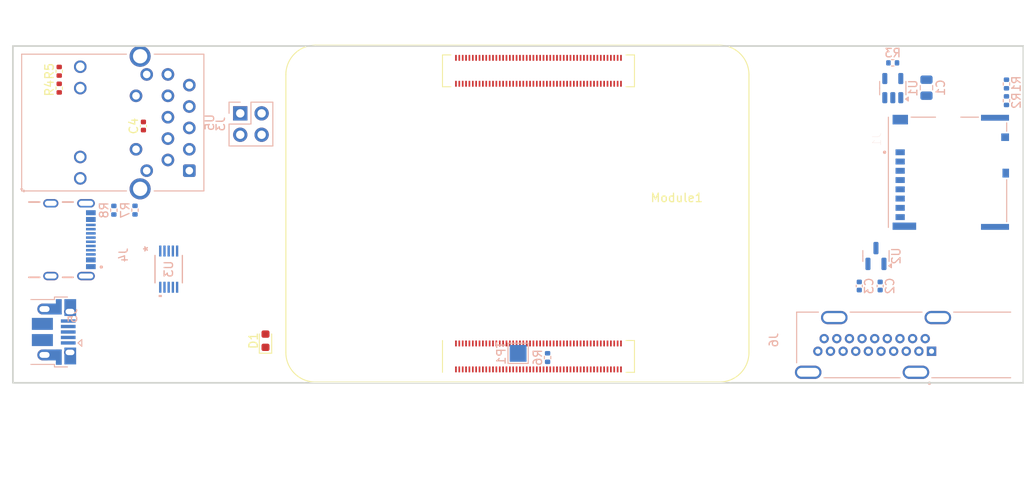
<source format=kicad_pcb>
(kicad_pcb (version 20240108) (generator "pcbnew") (generator_version "8.0")
  (title_block (title "CM4-Bare-Minimum") (date "2024-11-01") (rev "V0.1") (company "Rapid Analysis") (comment 1 "Author: Asad Imran"))
  (layers (0 "F.Cu" signal) (31 "B.Cu" signal) (34 "B.Paste" user) (35 "F.Paste" user) (36 "B.SilkS" user "B.Silkscreen") (37 "F.SilkS" user "F.Silkscreen") (38 "B.Mask" user) (39 "F.Mask" user) (44 "Edge.Cuts" user))
  (net 0 "")
  (net 1 "/SD_PWR")
  (net 2 "GND")
  (net 3 "/HDMI_5v")
  (net 4 "/RUN_PG")
  (net 5 "Net-(C4-Pad1)")
  (net 6 "Net-(D1-K)")
  (net 7 "/CM4_3V3")
  (net 8 "/SD_DAT1")
  (net 9 "Net-(J1-DET_A)")
  (net 10 "/SD_CLK")
  (net 11 "Net-(J1-DET_B)")
  (net 12 "/SD_DAT0")
  (net 13 "/SD_DAT2")
  (net 14 "/SD_CMD")
  (net 15 "/SD_DAT3")
  (net 16 "/HDMI0_D0_N")
  (net 17 "/HDMI0_SDA")
  (net 18 "/HDMI0_D2_N")
  (net 19 "/HDMI0_D1_P")
  (net 20 "/HDMI0_SCL")
  (net 21 "/HDMI0_D2_P")
  (net 22 "/HDMI0_CEC")
  (net 23 "/HDMI0_HOTPLUG")
  (net 24 "/HDMI0_D1_N")
  (net 26 "/HDMI0_CK_P")
  (net 27 "/HDMI0_D0_P")
  (net 28 "/HDMI0_CK_N")
  (net 29 "/TR0_TAP")
  (net 30 "/TR3_TAP")
  (net 31 "/TR2_TAP")
  (net 32 "/TR1_TAP")
  (net 33 "/USBC_D_N")
  (net 35 "/USBC_D_P")
  (net 36 "Net-(J4-CC1)")
  (net 38 "/USB_D_N")
  (net 39 "/USB_D_P")
  (net 48 "Net-(Module1A-PI_nLED_Activity)")
  (net 49 "/Global_EN")
  (net 52 "/CM4_5V")
  (net 54 "/USB2_P")
  (net 60 "/BT_nDisable")
  (net 63 "/TRD3_P")
  (net 65 "/TRD3_N")
  (net 72 "/USB_OTG_ID")
  (net 79 "/CM4_1V8")
  (net 82 "/TRD1_P")
  (net 83 "/VDAC_COMP")
  (net 85 "/TRD1_N")
  (net 99 "/nEXTRST")
  (net 100 "/nRPIBOOT")
  (net 104 "/nPI_LED_PWR")
  (net 108 "/TRD2_P")
  (net 110 "/TRD0_N")
  (net 117 "/USB2_N")
  (net 118 "/WiFi_nDisable")
  (net 128 "/TRD0_P")
  (net 129 "/EEPROM_nWP")
  (net 147 "/TRD2_N")
  (net 159 "/SD_PWR_ON")
  (net 161 "/Reserved")
  (net 162 "Net-(U5-LEDG_K)")
  (net 163 "Net-(U5-LEDY_K)")
  (footprint "CM4IO:Raspberry-Pi-4-Compute-Module" (layer "F.Cu") (at 177.892437 119.405 90)
    (property "Reference" "Module1" (at 21.88 -8.554874 0) (layer "F.SilkS"))
    (property "Value" "ComputeModule4-CM4")
    (pad "" np_thru_hole circle (at 3.5 -51.474874 90) (size 2.7 2.7) (drill 2.7) (layers "*.Cu" "*.Mask") (clearance 1.7))
    (pad "" np_thru_hole circle (at 3.5 -3.474874 90) (size 2.7 2.7) (drill 2.7) (layers "*.Cu" "*.Mask") (clearance 1.7))
    (pad "" np_thru_hole circle (at 36.5 -51.474874 90) (size 2.7 2.7) (drill 2.7) (layers "*.Cu" "*.Mask") (clearance 1.7))
    (pad "" np_thru_hole circle (at 36.5 -3.474874 90) (size 2.7 2.7) (drill 2.7) (layers "*.Cu" "*.Mask") (clearance 1.7))
    (pad "1" smd rect (at 1.5 -34.774874) (size 0.2 0.7) (layers "F.Cu" "F.Paste" "F.Mask") (net 2 "GND"))
    (pad "2" smd rect (at 4.58 -34.774874) (size 0.2 0.7) (layers "F.Cu" "F.Paste" "F.Mask") (net 2 "GND"))
    (pad "3" smd rect (at 1.5 -34.374874) (size 0.2 0.7) (layers "F.Cu" "F.Paste" "F.Mask") (net 63 "/TRD3_P"))
    (pad "4" smd rect (at 4.58 -34.374874) (size 0.2 0.7) (layers "F.Cu" "F.Paste" "F.Mask") (net 82 "/TRD1_P"))
    (pad "5" smd rect (at 1.5 -33.974874) (size 0.2 0.7) (layers "F.Cu" "F.Paste" "F.Mask") (net 65 "/TRD3_N"))
    (pad "6" smd rect (at 4.58 -33.974874) (size 0.2 0.7) (layers "F.Cu" "F.Paste" "F.Mask") (net 85 "/TRD1_N"))
    (pad "7" smd rect (at 1.5 -33.574874) (size 0.2 0.7) (layers "F.Cu" "F.Paste" "F.Mask") (net 2 "GND"))
    (pad "8" smd rect (at 4.58 -33.574874) (size 0.2 0.7) (layers "F.Cu" "F.Paste" "F.Mask") (net 2 "GND"))
    (pad "9" smd rect (at 1.5 -33.174874) (size 0.2 0.7) (layers "F.Cu" "F.Paste" "F.Mask") (net 147 "/TRD2_N"))
    (pad "10" smd rect (at 4.58 -33.174874) (size 0.2 0.7) (layers "F.Cu" "F.Paste" "F.Mask") (net 110 "/TRD0_N"))
    (pad "11" smd rect (at 1.5 -32.774874) (size 0.2 0.7) (layers "F.Cu" "F.Paste" "F.Mask") (net 108 "/TRD2_P"))
    (pad "12" smd rect (at 4.58 -32.774874) (size 0.2 0.7) (layers "F.Cu" "F.Paste" "F.Mask") (net 128 "/TRD0_P"))
    (pad "13" smd rect (at 1.5 -32.374874) (size 0.2 0.7) (layers "F.Cu" "F.Paste" "F.Mask") (net 2 "GND"))
    (pad "14" smd rect (at 4.58 -32.374874) (size 0.2 0.7) (layers "F.Cu" "F.Paste" "F.Mask") (net 2 "GND"))
    (pad "15" smd rect (at 1.5 -31.974874) (size 0.2 0.7) (layers "F.Cu" "F.Paste" "F.Mask") (net 2 "GND"))
    (pad "16" smd rect (at 4.58 -31.974874) (size 0.2 0.7) (layers "F.Cu" "F.Paste" "F.Mask"))
    (pad "17" smd rect (at 1.5 -31.574874) (size 0.2 0.7) (layers "F.Cu" "F.Paste" "F.Mask") (net 2 "GND"))
    (pad "18" smd rect (at 4.58 -31.574874) (size 0.2 0.7) (layers "F.Cu" "F.Paste" "F.Mask"))
    (pad "19" smd rect (at 1.5 -31.174874) (size 0.2 0.7) (layers "F.Cu" "F.Paste" "F.Mask"))
    (pad "20" smd rect (at 4.58 -31.174874) (size 0.2 0.7) (layers "F.Cu" "F.Paste" "F.Mask") (net 129 "/EEPROM_nWP"))
    (pad "21" smd rect (at 1.5 -30.774874) (size 0.2 0.7) (layers "F.Cu" "F.Paste" "F.Mask") (net 48 "Net-(Module1A-PI_nLED_Activity)"))
    (pad "22" smd rect (at 4.58 -30.774874) (size 0.2 0.7) (layers "F.Cu" "F.Paste" "F.Mask") (net 2 "GND"))
    (pad "23" smd rect (at 1.5 -30.374874) (size 0.2 0.7) (layers "F.Cu" "F.Paste" "F.Mask") (net 2 "GND"))
    (pad "24" smd rect (at 4.58 -30.374874) (size 0.2 0.7) (layers "F.Cu" "F.Paste" "F.Mask"))
    (pad "25" smd rect (at 1.5 -29.974874) (size 0.2 0.7) (layers "F.Cu" "F.Paste" "F.Mask"))
    (pad "26" smd rect (at 4.58 -29.974874) (size 0.2 0.7) (layers "F.Cu" "F.Paste" "F.Mask"))
    (pad "27" smd rect (at 1.5 -29.574874) (size 0.2 0.7) (layers "F.Cu" "F.Paste" "F.Mask"))
    (pad "28" smd rect (at 4.58 -29.574874) (size 0.2 0.7) (layers "F.Cu" "F.Paste" "F.Mask"))
    (pad "29" smd rect (at 1.5 -29.174874) (size 0.2 0.7) (layers "F.Cu" "F.Paste" "F.Mask"))
    (pad "30" smd rect (at 4.58 -29.174874) (size 0.2 0.7) (layers "F.Cu" "F.Paste" "F.Mask"))
    (pad "31" smd rect (at 1.5 -28.774874) (size 0.2 0.7) (layers "F.Cu" "F.Paste" "F.Mask"))
    (pad "32" smd rect (at 4.58 -28.774874) (size 0.2 0.7) (layers "F.Cu" "F.Paste" "F.Mask") (net 2 "GND"))
    (pad "33" smd rect (at 1.5 -28.374874) (size 0.2 0.7) (layers "F.Cu" "F.Paste" "F.Mask") (net 2 "GND"))
    (pad "34" smd rect (at 4.58 -28.374874) (size 0.2 0.7) (layers "F.Cu" "F.Paste" "F.Mask"))
    (pad "35" smd rect (at 1.5 -27.974874) (size 0.2 0.7) (layers "F.Cu" "F.Paste" "F.Mask"))
    (pad "36" smd rect (at 4.58 -27.974874) (size 0.2 0.7) (layers "F.Cu" "F.Paste" "F.Mask"))
    (pad "37" smd rect (at 1.5 -27.574874) (size 0.2 0.7) (layers "F.Cu" "F.Paste" "F.Mask"))
    (pad "38" smd rect (at 4.58 -27.574874) (size 0.2 0.7) (layers "F.Cu" "F.Paste" "F.Mask"))
    (pad "39" smd rect (at 1.5 -27.174874) (size 0.2 0.7) (layers "F.Cu" "F.Paste" "F.Mask"))
    (pad "40" smd rect (at 4.58 -27.174874) (size 0.2 0.7) (layers "F.Cu" "F.Paste" "F.Mask"))
    (pad "41" smd rect (at 1.5 -26.774874) (size 0.2 0.7) (layers "F.Cu" "F.Paste" "F.Mask"))
    (pad "42" smd rect (at 4.58 -26.774874) (size 0.2 0.7) (layers "F.Cu" "F.Paste" "F.Mask") (net 2 "GND"))
    (pad "43" smd rect (at 1.5 -26.374874) (size 0.2 0.7) (layers "F.Cu" "F.Paste" "F.Mask") (net 2 "GND"))
    (pad "44" smd rect (at 4.58 -26.374874) (size 0.2 0.7) (layers "F.Cu" "F.Paste" "F.Mask"))
    (pad "45" smd rect (at 1.5 -25.974874) (size 0.2 0.7) (layers "F.Cu" "F.Paste" "F.Mask"))
    (pad "46" smd rect (at 4.58 -25.974874) (size 0.2 0.7) (layers "F.Cu" "F.Paste" "F.Mask"))
    (pad "47" smd rect (at 1.5 -25.574874) (size 0.2 0.7) (layers "F.Cu" "F.Paste" "F.Mask"))
    (pad "48" smd rect (at 4.58 -25.574874) (size 0.2 0.7) (layers "F.Cu" "F.Paste" "F.Mask"))
    (pad "49" smd rect (at 1.5 -25.174874) (size 0.2 0.7) (layers "F.Cu" "F.Paste" "F.Mask"))
    (pad "50" smd rect (at 4.58 -25.174874) (size 0.2 0.7) (layers "F.Cu" "F.Paste" "F.Mask"))
    (pad "51" smd rect (at 1.5 -24.774874) (size 0.2 0.7) (layers "F.Cu" "F.Paste" "F.Mask"))
    (pad "52" smd rect (at 4.58 -24.774874) (size 0.2 0.7) (layers "F.Cu" "F.Paste" "F.Mask") (net 2 "GND"))
    (pad "53" smd rect (at 1.5 -24.374874) (size 0.2 0.7) (layers "F.Cu" "F.Paste" "F.Mask") (net 2 "GND"))
    (pad "54" smd rect (at 4.58 -24.374874) (size 0.2 0.7) (layers "F.Cu" "F.Paste" "F.Mask"))
    (pad "55" smd rect (at 1.5 -23.974874) (size 0.2 0.7) (layers "F.Cu" "F.Paste" "F.Mask"))
    (pad "56" smd rect (at 4.58 -23.974874) (size 0.2 0.7) (layers "F.Cu" "F.Paste" "F.Mask"))
    (pad "57" smd rect (at 1.5 -23.574874) (size 0.2 0.7) (layers "F.Cu" "F.Paste" "F.Mask") (net 10 "/SD_CLK"))
    (pad "58" smd rect (at 4.58 -23.574874) (size 0.2 0.7) (layers "F.Cu" "F.Paste" "F.Mask"))
    (pad "59" smd rect (at 1.5 -23.174874) (size 0.2 0.7) (layers "F.Cu" "F.Paste" "F.Mask") (net 2 "GND"))
    (pad "60" smd rect (at 4.58 -23.174874) (size 0.2 0.7) (layers "F.Cu" "F.Paste" "F.Mask") (net 2 "GND"))
    (pad "61" smd rect (at 1.5 -22.774874) (size 0.2 0.7) (layers "F.Cu" "F.Paste" "F.Mask") (net 15 "/SD_DAT3"))
    (pad "62" smd rect (at 4.58 -22.774874) (size 0.2 0.7) (layers "F.Cu" "F.Paste" "F.Mask") (net 14 "/SD_CMD"))
    (pad "63" smd rect (at 1.5 -22.374874) (size 0.2 0.7) (layers "F.Cu" "F.Paste" "F.Mask") (net 12 "/SD_DAT0"))
    (pad "64" smd rect (at 4.58 -22.374874) (size 0.2 0.7) (layers "F.Cu" "F.Paste" "F.Mask"))
    (pad "65" smd rect (at 1.5 -21.974874) (size 0.2 0.7) (layers "F.Cu" "F.Paste" "F.Mask") (net 2 "GND"))
    (pad "66" smd rect (at 4.58 -21.974874) (size 0.2 0.7) (layers "F.Cu" "F.Paste" "F.Mask") (net 2 "GND"))
    (pad "67" smd rect (at 1.5 -21.574874) (size 0.2 0.7) (layers "F.Cu" "F.Paste" "F.Mask") (net 8 "/SD_DAT1"))
    (pad "68" smd rect (at 4.58 -21.574874) (size 0.2 0.7) (layers "F.Cu" "F.Paste" "F.Mask"))
    (pad "69" smd rect (at 1.5 -21.174874) (size 0.2 0.7) (layers "F.Cu" "F.Paste" "F.Mask") (net 13 "/SD_DAT2"))
    (pad "70" smd rect (at 4.58 -21.174874) (size 0.2 0.7) (layers "F.Cu" "F.Paste" "F.Mask"))
    (pad "71" smd rect (at 1.5 -20.774874) (size 0.2 0.7) (layers "F.Cu" "F.Paste" "F.Mask") (net 2 "GND"))
    (pad "72" smd rect (at 4.58 -20.774874) (size 0.2 0.7) (layers "F.Cu" "F.Paste" "F.Mask"))
    (pad "73" smd rect (at 1.5 -20.374874) (size 0.2 0.7) (layers "F.Cu" "F.Paste" "F.Mask"))
    (pad "74" smd rect (at 4.58 -20.374874) (size 0.2 0.7) (layers "F.Cu" "F.Paste" "F.Mask") (net 2 "GND"))
    (pad "75" smd rect (at 1.5 -19.974874) (size 0.2 0.7) (layers "F.Cu" "F.Paste" "F.Mask") (net 159 "/SD_PWR_ON"))
    (pad "76" smd rect (at 4.58 -19.974874) (size 0.2 0.7) (layers "F.Cu" "F.Paste" "F.Mask") (net 161 "/Reserved"))
    (pad "77" smd rect (at 1.5 -19.574874) (size 0.2 0.7) (layers "F.Cu" "F.Paste" "F.Mask") (net 52 "/CM4_5V"))
    (pad "78" smd rect (at 4.58 -19.574874) (size 0.2 0.7) (layers "F.Cu" "F.Paste" "F.Mask"))
    (pad "79" smd rect (at 1.5 -19.174874) (size 0.2 0.7) (layers "F.Cu" "F.Paste" "F.Mask") (net 52 "/CM4_5V"))
    (pad "80" smd rect (at 4.58 -19.174874) (size 0.2 0.7) (layers "F.Cu" "F.Paste" "F.Mask"))
    (pad "81" smd rect (at 1.5 -18.774874) (size 0.2 0.7) (layers "F.Cu" "F.Paste" "F.Mask") (net 52 "/CM4_5V"))
    (pad "82" smd rect (at 4.58 -18.774874) (size 0.2 0.7) (layers "F.Cu" "F.Paste" "F.Mask"))
    (pad "83" smd rect (at 1.5 -18.374874) (size 0.2 0.7) (layers "F.Cu" "F.Paste" "F.Mask") (net 52 "/CM4_5V"))
    (pad "84" smd rect (at 4.58 -18.374874) (size 0.2 0.7) (layers "F.Cu" "F.Paste" "F.Mask") (net 7 "/CM4_3V3"))
    (pad "85" smd rect (at 1.5 -17.974874) (size 0.2 0.7) (layers "F.Cu" "F.Paste" "F.Mask") (net 52 "/CM4_5V"))
    (pad "86" smd rect (at 4.58 -17.974874) (size 0.2 0.7) (layers "F.Cu" "F.Paste" "F.Mask") (net 7 "/CM4_3V3"))
    (pad "87" smd rect (at 1.5 -17.574874) (size 0.2 0.7) (layers "F.Cu" "F.Paste" "F.Mask") (net 52 "/CM4_5V"))
    (pad "88" smd rect (at 4.58 -17.574874) (size 0.2 0.7) (layers "F.Cu" "F.Paste" "F.Mask") (net 79 "/CM4_1V8"))
    (pad "89" smd rect (at 1.5 -17.174874) (size 0.2 0.7) (layers "F.Cu" "F.Paste" "F.Mask") (net 118 "/WiFi_nDisable"))
    (pad "90" smd rect (at 4.58 -17.174874) (size 0.2 0.7) (layers "F.Cu" "F.Paste" "F.Mask") (net 79 "/CM4_1V8"))
    (pad "91" smd rect (at 1.5 -16.774874) (size 0.2 0.7) (layers "F.Cu" "F.Paste" "F.Mask") (net 60 "/BT_nDisable"))
    (pad "92" smd rect (at 4.58 -16.774874) (size 0.2 0.7) (layers "F.Cu" "F.Paste" "F.Mask") (net 4 "/RUN_PG"))
    (pad "93" smd rect (at 1.5 -16.374874) (size 0.2 0.7) (layers "F.Cu" "F.Paste" "F.Mask") (net 100 "/nRPIBOOT"))
    (pad "94" smd rect (at 4.58 -16.374874) (size 0.2 0.7) (layers "F.Cu" "F.Paste" "F.Mask"))
    (pad "95" smd rect (at 1.5 -15.974874) (size 0.2 0.7) (layers "F.Cu" "F.Paste" "F.Mask") (net 104 "/nPI_LED_PWR"))
    (pad "96" smd rect (at 4.58 -15.974874) (size 0.2 0.7) (layers "F.Cu" "F.Paste" "F.Mask"))
    (pad "97" smd rect (at 1.5 -15.574874) (size 0.2 0.7) (layers "F.Cu" "F.Paste" "F.Mask"))
    (pad "98" smd rect (at 4.58 -15.574874) (size 0.2 0.7) (layers "F.Cu" "F.Paste" "F.Mask") (net 2 "GND"))
    (pad "99" smd rect (at 1.5 -15.174874) (size 0.2 0.7) (layers "F.Cu" "F.Paste" "F.Mask") (net 49 "/Global_EN"))
    (pad "100" smd rect (at 4.58 -15.174874) (size 0.2 0.7) (layers "F.Cu" "F.Paste" "F.Mask") (net 99 "/nEXTRST"))
    (pad "101" smd rect (at 35.42 -34.774874) (size 0.2 0.7) (layers "F.Cu" "F.Paste" "F.Mask") (net 72 "/USB_OTG_ID"))
    (pad "102" smd rect (at 38.5 -34.774874) (size 0.2 0.7) (layers "F.Cu" "F.Paste" "F.Mask"))
    (pad "103" smd rect (at 35.42 -34.374874) (size 0.2 0.7) (layers "F.Cu" "F.Paste" "F.Mask") (net 117 "/USB2_N"))
    (pad "104" smd rect (at 38.5 -34.374874) (size 0.2 0.7) (layers "F.Cu" "F.Paste" "F.Mask"))
    (pad "105" smd rect (at 35.42 -33.974874) (size 0.2 0.7) (layers "F.Cu" "F.Paste" "F.Mask") (net 54 "/USB2_P"))
    (pad "106" smd rect (at 38.5 -33.974874) (size 0.2 0.7) (layers "F.Cu" "F.Paste" "F.Mask"))
    (pad "107" smd rect (at 35.42 -33.574874) (size 0.2 0.7) (layers "F.Cu" "F.Paste" "F.Mask") (net 2 "GND"))
    (pad "108" smd rect (at 38.5 -33.574874) (size 0.2 0.7) (layers "F.Cu" "F.Paste" "F.Mask") (net 2 "GND"))
    (pad "109" smd rect (at 35.42 -33.174874) (size 0.2 0.7) (layers "F.Cu" "F.Paste" "F.Mask"))
    (pad "110" smd rect (at 38.5 -33.174874) (size 0.2 0.7) (layers "F.Cu" "F.Paste" "F.Mask"))
    (pad "111" smd rect (at 35.42 -32.774874) (size 0.2 0.7) (layers "F.Cu" "F.Paste" "F.Mask") (net 83 "/VDAC_COMP"))
    (pad "112" smd rect (at 38.5 -32.774874) (size 0.2 0.7) (layers "F.Cu" "F.Paste" "F.Mask"))
    (pad "113" smd rect (at 35.42 -32.374874) (size 0.2 0.7) (layers "F.Cu" "F.Paste" "F.Mask") (net 2 "GND"))
    (pad "114" smd rect (at 38.5 -32.374874) (size 0.2 0.7) (layers "F.Cu" "F.Paste" "F.Mask") (net 2 "GND"))
    (pad "115" smd rect (at 35.42 -31.974874) (size 0.2 0.7) (layers "F.Cu" "F.Paste" "F.Mask"))
    (pad "116" smd rect (at 38.5 -31.974874) (size 0.2 0.7) (layers "F.Cu" "F.Paste" "F.Mask"))
    (pad "117" smd rect (at 35.42 -31.574874) (size 0.2 0.7) (layers "F.Cu" "F.Paste" "F.Mask"))
    (pad "118" smd rect (at 38.5 -31.574874) (size 0.2 0.7) (layers "F.Cu" "F.Paste" "F.Mask"))
    (pad "119" smd rect (at 35.42 -31.174874) (size 0.2 0.7) (layers "F.Cu" "F.Paste" "F.Mask") (net 2 "GND"))
    (pad "120" smd rect (at 38.5 -31.174874) (size 0.2 0.7) (layers "F.Cu" "F.Paste" "F.Mask") (net 2 "GND"))
    (pad "121" smd rect (at 35.42 -30.774874) (size 0.2 0.7) (layers "F.Cu" "F.Paste" "F.Mask"))
    (pad "122" smd rect (at 38.5 -30.774874) (size 0.2 0.7) (layers "F.Cu" "F.Paste" "F.Mask"))
    (pad "123" smd rect (at 35.42 -30.374874) (size 0.2 0.7) (layers "F.Cu" "F.Paste" "F.Mask"))
    (pad "124" smd rect (at 38.5 -30.374874) (size 0.2 0.7) (layers "F.Cu" "F.Paste" "F.Mask"))
    (pad "125" smd rect (at 35.42 -29.974874) (size 0.2 0.7) (layers "F.Cu" "F.Paste" "F.Mask") (net 2 "GND"))
    (pad "126" smd rect (at 38.5 -29.974874) (size 0.2 0.7) (layers "F.Cu" "F.Paste" "F.Mask") (net 2 "GND"))
    (pad "127" smd rect (at 35.42 -29.574874) (size 0.2 0.7) (layers "F.Cu" "F.Paste" "F.Mask"))
    (pad "128" smd rect (at 38.5 -29.574874) (size 0.2 0.7) (layers "F.Cu" "F.Paste" "F.Mask"))
    (pad "129" smd rect (at 35.42 -29.174874) (size 0.2 0.7) (layers "F.Cu" "F.Paste" "F.Mask"))
    (pad "130" smd rect (at 38.5 -29.174874) (size 0.2 0.7) (layers "F.Cu" "F.Paste" "F.Mask"))
    (pad "131" smd rect (at 35.42 -28.774874) (size 0.2 0.7) (layers "F.Cu" "F.Paste" "F.Mask") (net 2 "GND"))
    (pad "132" smd rect (at 38.5 -28.774874) (size 0.2 0.7) (layers "F.Cu" "F.Paste" "F.Mask") (net 2 "GND"))
    (pad "133" smd rect (at 35.42 -28.374874) (size 0.2 0.7) (layers "F.Cu" "F.Paste" "F.Mask"))
    (pad "134" smd rect (at 38.5 -28.374874) (size 0.2 0.7) (layers "F.Cu" "F.Paste" "F.Mask"))
    (pad "135" smd rect (at 35.42 -27.974874) (size 0.2 0.7) (layers "F.Cu" "F.Paste" "F.Mask"))
    (pad "136" smd rect (at 38.5 -27.974874) (size 0.2 0.7) (layers "F.Cu" "F.Paste" "F.Mask"))
    (pad "137" smd rect (at 35.42 -27.574874) (size 0.2 0.7) (layers "F.Cu" "F.Paste" "F.Mask") (net 2 "GND"))
    (pad "138" smd rect (at 38.5 -27.574874) (size 0.2 0.7) (layers "F.Cu" "F.Paste" "F.Mask") (net 2 "GND"))
    (pad "139" smd rect (at 35.42 -27.174874) (size 0.2 0.7) (layers "F.Cu" "F.Paste" "F.Mask"))
    (pad "140" smd rect (at 38.5 -27.174874) (size 0.2 0.7) (layers "F.Cu" "F.Paste" "F.Mask"))
    (pad "141" smd rect (at 35.42 -26.774874) (size 0.2 0.7) (layers "F.Cu" "F.Paste" "F.Mask"))
    (pad "142" smd rect (at 38.5 -26.774874) (size 0.2 0.7) (layers "F.Cu" "F.Paste" "F.Mask"))
    (pad "143" smd rect (at 35.42 -26.374874) (size 0.2 0.7) (layers "F.Cu" "F.Paste" "F.Mask"))
    (pad "144" smd rect (at 38.5 -26.374874) (size 0.2 0.7) (layers "F.Cu" "F.Paste" "F.Mask") (net 2 "GND"))
    (pad "145" smd rect (at 35.42 -25.974874) (size 0.2 0.7) (layers "F.Cu" "F.Paste" "F.Mask"))
    (pad "146" smd rect (at 38.5 -25.974874) (size 0.2 0.7) (layers "F.Cu" "F.Paste" "F.Mask"))
    (pad "147" smd rect (at 35.42 -25.574874) (size 0.2 0.7) (layers "F.Cu" "F.Paste" "F.Mask"))
    (pad "148" smd rect (at 38.5 -25.574874) (size 0.2 0.7) (layers "F.Cu" "F.Paste" "F.Mask"))
    (pad "149" smd rect (at 35.42 -25.174874) (size 0.2 0.7) (layers "F.Cu" "F.Paste" "F.Mask"))
    (pad "150" smd rect (at 38.5 -25.174874) (size 0.2 0.7) (layers "F.Cu" "F.Paste" "F.Mask") (net 2 "GND"))
    (pad "151" smd rect (at 35.42 -24.774874) (size 0.2 0.7) (layers "F.Cu" "F.Paste" "F.Mask") (net 22 "/HDMI0_CEC"))
    (pad "152" smd rect (at 38.5 -24.774874) (size 0.2 0.7) (layers "F.Cu" "F.Paste" "F.Mask"))
    (pad "153" smd rect (at 35.42 -24.374874) (size 0.2 0.7) (layers "F.Cu" "F.Paste" "F.Mask") (net 23 "/HDMI0_HOTPLUG"))
    (pad "154" smd rect (at 38.5 -24.374874) (size 0.2 0.7) (layers "F.Cu" "F.Paste" "F.Mask"))
    (pad "155" smd rect (at 35.42 -23.974874) (size 0.2 0.7) (layers "F.Cu" "F.Paste" "F.Mask") (net 2 "GND"))
    (pad "156" smd rect (at 38.5 -23.974874) (size 0.2 0.7) (layers "F.Cu" "F.Paste" "F.Mask") (net 2 "GND"))
    (pad "157" smd rect (at 35.42 -23.574874) (size 0.2 0.7) (layers "F.Cu" "F.Paste" "F.Mask"))
    (pad "158" smd rect (at 38.5 -23.574874) (size 0.2 0.7) (layers "F.Cu" "F.Paste" "F.Mask"))
    (pad "159" smd rect (at 35.42 -23.174874) (size 0.2 0.7) (layers "F.Cu" "F.Paste" "F.Mask"))
    (pad "160" smd rect (at 38.5 -23.174874) (size 0.2 0.7) (layers "F.Cu" "F.Paste" "F.Mask"))
    (pad "161" smd rect (at 35.42 -22.774874) (size 0.2 0.7) (layers "F.Cu" "F.Paste" "F.Mask") (net 2 "GND"))
    (pad "162" smd rect (at 38.5 -22.774874) (size 0.2 0.7) (layers "F.Cu" "F.Paste" "F.Mask") (net 2 "GND"))
    (pad "163" smd rect (at 35.42 -22.374874) (size 0.2 0.7) (layers "F.Cu" "F.Paste" "F.Mask"))
    (pad "164" smd rect (at 38.5 -22.374874) (size 0.2 0.7) (layers "F.Cu" "F.Paste" "F.Mask"))
    (pad "165" smd rect (at 35.42 -21.974874) (size 0.2 0.7) (layers "F.Cu" "F.Paste" "F.Mask"))
    (pad "166" smd rect (at 38.5 -21.974874) (size 0.2 0.7) (layers "F.Cu" "F.Paste" "F.Mask"))
    (pad "167" smd rect (at 35.42 -21.574874) (size 0.2 0.7) (layers "F.Cu" "F.Paste" "F.Mask") (net 2 "GND"))
    (pad "168" smd rect (at 38.5 -21.574874) (size 0.2 0.7) (layers "F.Cu" "F.Paste" "F.Mask") (net 2 "GND"))
    (pad "169" smd rect (at 35.42 -21.174874) (size 0.2 0.7) (layers "F.Cu" "F.Paste" "F.Mask"))
    (pad "170" smd rect (at 38.5 -21.174874) (size 0.2 0.7) (layers "F.Cu" "F.Paste" "F.Mask") (net 21 "/HDMI0_D2_P"))
    (pad "171" smd rect (at 35.42 -20.774874) (size 0.2 0.7) (layers "F.Cu" "F.Paste" "F.Mask"))
    (pad "172" smd rect (at 38.5 -20.774874) (size 0.2 0.7) (layers "F.Cu" "F.Paste" "F.Mask") (net 18 "/HDMI0_D2_N"))
    (pad "173" smd rect (at 35.42 -20.374874) (size 0.2 0.7) (layers "F.Cu" "F.Paste" "F.Mask") (net 2 "GND"))
    (pad "174" smd rect (at 38.5 -20.374874) (size 0.2 0.7) (layers "F.Cu" "F.Paste" "F.Mask") (net 2 "GND"))
    (pad "175" smd rect (at 35.42 -19.974874) (size 0.2 0.7) (layers "F.Cu" "F.Paste" "F.Mask"))
    (pad "176" smd rect (at 38.5 -19.974874) (size 0.2 0.7) (layers "F.Cu" "F.Paste" "F.Mask") (net 19 "/HDMI0_D1_P"))
    (pad "177" smd rect (at 35.42 -19.574874) (size 0.2 0.7) (layers "F.Cu" "F.Paste" "F.Mask"))
    (pad "178" smd rect (at 38.5 -19.574874) (size 0.2 0.7) (layers "F.Cu" "F.Paste" "F.Mask") (net 24 "/HDMI0_D1_N"))
    (pad "179" smd rect (at 35.42 -19.174874) (size 0.2 0.7) (layers "F.Cu" "F.Paste" "F.Mask") (net 2 "GND"))
    (pad "180" smd rect (at 38.5 -19.174874) (size 0.2 0.7) (layers "F.Cu" "F.Paste" "F.Mask") (net 2 "GND"))
    (pad "181" smd rect (at 35.42 -18.774874) (size 0.2 0.7) (layers "F.Cu" "F.Paste" "F.Mask"))
    (pad "182" smd rect (at 38.5 -18.774874) (size 0.2 0.7) (layers "F.Cu" "F.Paste" "F.Mask") (net 27 "/HDMI0_D0_P"))
    (pad "183" smd rect (at 35.42 -18.374874) (size 0.2 0.7) (layers "F.Cu" "F.Paste" "F.Mask"))
    (pad "184" smd rect (at 38.5 -18.374874) (size 0.2 0.7) (layers "F.Cu" "F.Paste" "F.Mask") (net 16 "/HDMI0_D0_N"))
    (pad "185" smd rect (at 35.42 -17.974874) (size 0.2 0.7) (layers "F.Cu" "F.Paste" "F.Mask") (net 2 "GND"))
    (pad "186" smd rect (at 38.5 -17.974874) (size 0.2 0.7) (layers "F.Cu" "F.Paste" "F.Mask") (net 2 "GND"))
    (pad "187" smd rect (at 35.42 -17.574874) (size 0.2 0.7) (layers "F.Cu" "F.Paste" "F.Mask"))
    (pad "188" smd rect (at 38.5 -17.574874) (size 0.2 0.7) (layers "F.Cu" "F.Paste" "F.Mask") (net 26 "/HDMI0_CK_P"))
    (pad "189" smd rect (at 35.42 -17.174874) (size 0.2 0.7) (layers "F.Cu" "F.Paste" "F.Mask"))
    (pad "190" smd rect (at 38.5 -17.174874) (size 0.2 0.7) (layers "F.Cu" "F.Paste" "F.Mask") (net 28 "/HDMI0_CK_N"))
    (pad "191" smd rect (at 35.42 -16.774874) (size 0.2 0.7) (layers "F.Cu" "F.Paste" "F.Mask") (net 2 "GND"))
    (pad "192" smd rect (at 38.5 -16.774874) (size 0.2 0.7) (layers "F.Cu" "F.Paste" "F.Mask") (net 2 "GND"))
    (pad "193" smd rect (at 35.42 -16.374874) (size 0.2 0.7) (layers "F.Cu" "F.Paste" "F.Mask"))
    (pad "194" smd rect (at 38.5 -16.374874) (size 0.2 0.7) (layers "F.Cu" "F.Paste" "F.Mask"))
    (pad "195" smd rect (at 35.42 -15.974874) (size 0.2 0.7) (layers "F.Cu" "F.Paste" "F.Mask"))
    (pad "196" smd rect (at 38.5 -15.974874) (size 0.2 0.7) (layers "F.Cu" "F.Paste" "F.Mask"))
    (pad "197" smd rect (at 35.42 -15.574874) (size 0.2 0.7) (layers "F.Cu" "F.Paste" "F.Mask") (net 2 "GND"))
    (pad "198" smd rect (at 38.5 -15.574874) (size 0.2 0.7) (layers "F.Cu" "F.Paste" "F.Mask") (net 2 "GND"))
    (pad "199" smd rect (at 35.42 -15.174874) (size 0.2 0.7) (layers "F.Cu" "F.Paste" "F.Mask") (net 17 "/HDMI0_SDA"))
    (pad "200" smd rect (at 38.5 -15.174874) (size 0.2 0.7) (layers "F.Cu" "F.Paste" "F.Mask") (net 20 "/HDMI0_SCL"))
  )
  (footprint "Resistor_SMD:R_0402_1005Metric" (layer "F.Cu") (at 96 82.5 90)
    (property "Reference" "R5" (at 0 -1.17 90) (layer "F.SilkS"))
    (property "Value" "470R")
    (pad "1" smd roundrect (at -0.51 0 90) (size 0.54 0.64) (layers "F.Cu" "F.Paste" "F.Mask") (net 163 "Net-(U5-LEDY_K)"))
    (pad "2" smd roundrect (at 0.51 0 90) (size 0.54 0.64) (layers "F.Cu" "F.Paste" "F.Mask") (net 2 "GND"))
  )
  (footprint "LED_SMD:LED_0603_1608Metric" (layer "F.Cu") (at 120.5 114.5 90)
    (property "Reference" "D1" (at 0 -1.43 90) (layer "F.SilkS"))
    (property "Value" "LED Green")
    (pad "1" smd roundrect (at -0.7875 0 90) (size 0.875 0.95) (layers "F.Cu" "F.Paste" "F.Mask") (net 6 "Net-(D1-K)"))
    (pad "2" smd roundrect (at 0.7875 0 90) (size 0.875 0.95) (layers "F.Cu" "F.Paste" "F.Mask") (net 7 "/CM4_3V3"))
  )
  (footprint "Resistor_SMD:R_0402_1005Metric" (layer "F.Cu") (at 96 84.5 90)
    (property "Reference" "R4" (at 0 -1.17 90) (layer "F.SilkS"))
    (property "Value" "470R")
    (pad "1" smd roundrect (at -0.51 0 90) (size 0.54 0.64) (layers "F.Cu" "F.Paste" "F.Mask") (net 162 "Net-(U5-LEDG_K)"))
    (pad "2" smd roundrect (at 0.51 0 90) (size 0.54 0.64) (layers "F.Cu" "F.Paste" "F.Mask") (net 2 "GND"))
  )
  (footprint "Capacitor_SMD:C_0402_1005Metric" (layer "F.Cu") (at 106 89 90)
    (property "Reference" "C4" (at 0 -1.16 90) (layer "F.SilkS"))
    (property "Value" "100n")
    (pad "1" smd roundrect (at -0.48 0 90) (size 0.56 0.62) (layers "F.Cu" "F.Paste" "F.Mask") (net 5 "Net-(C4-Pad1)"))
    (pad "2" smd roundrect (at 0.48 0 90) (size 0.56 0.62) (layers "F.Cu" "F.Paste" "F.Mask") (net 2 "GND"))
  )
  (footprint "Resistor_SMD:R_0402_1005Metric" (layer "B.Cu") (at 208.5 85.99 90)
    (property "Reference" "R2" (at 0 1.17 90) (layer "B.SilkS") (effects (justify mirror)))
    (property "Value" "nf")
    (pad "1" smd roundrect (at -0.51 0 90) (size 0.54 0.64) (layers "B.Cu" "B.Paste" "B.Mask"))
    (pad "2" smd roundrect (at 0.51 0 90) (size 0.54 0.64) (layers "B.Cu" "B.Paste" "B.Mask") (net 11 "Net-(J1-DET_B)"))
  )
  (footprint "Capacitor_SMD:C_0805_2012Metric" (layer "B.Cu") (at 199 84.45 90)
    (property "Reference" "C1" (at 0 1.68 90) (layer "B.SilkS") (effects (justify mirror)))
    (property "Value" "10u")
    (pad "1" smd roundrect (at -0.95 0 90) (size 1 1.45) (layers "B.Cu" "B.Paste" "B.Mask") (net 1 "/SD_PWR"))
    (pad "2" smd roundrect (at 0.95 0 90) (size 1 1.45) (layers "B.Cu" "B.Paste" "B.Mask") (net 2 "GND"))
  )
  (footprint "Resistor_SMD:R_0402_1005Metric" (layer "B.Cu") (at 102.49 99 -90)
    (property "Reference" "R8" (at 0 1.17 90) (layer "B.SilkS") (effects (justify mirror)))
    (property "Value" "5.1k")
    (pad "1" smd roundrect (at -0.51 0 270) (size 0.54 0.64) (layers "B.Cu" "B.Paste" "B.Mask") (net 36 "Net-(J4-CC1)"))
    (pad "2" smd roundrect (at 0.51 0 270) (size 0.54 0.64) (layers "B.Cu" "B.Paste" "B.Mask") (net 2 "GND"))
  )
  (footprint "Capacitor_SMD:C_0402_1005Metric" (layer "B.Cu") (at 193.5 108 90)
    (property "Reference" "C2" (at 0 1.16 90) (layer "B.SilkS") (effects (justify mirror)))
    (property "Value" "100n")
    (pad "1" smd roundrect (at -0.48 0 90) (size 0.56 0.62) (layers "B.Cu" "B.Paste" "B.Mask") (net 52 "/CM4_5V"))
    (pad "2" smd roundrect (at 0.48 0 90) (size 0.56 0.62) (layers "B.Cu" "B.Paste" "B.Mask") (net 2 "GND"))
  )
  (footprint "Package_TO_SOT_SMD:SOT-23-5" (layer "B.Cu") (at 195 84.5 90)
    (property "Reference" "U1" (at 0 2.4 90) (layer "B.SilkS") (effects (justify mirror)))
    (property "Value" "RT9742GGJ5")
    (pad "1" smd roundrect (at -1.1375 0.95 90) (size 1.325 0.6) (layers "B.Cu" "B.Paste" "B.Mask") (net 1 "/SD_PWR"))
    (pad "2" smd roundrect (at -1.1375 0 90) (size 1.325 0.6) (layers "B.Cu" "B.Paste" "B.Mask") (net 2 "GND"))
    (pad "3" smd roundrect (at -1.1375 -0.95 90) (size 1.325 0.6) (layers "B.Cu" "B.Paste" "B.Mask"))
    (pad "4" smd roundrect (at 1.1375 -0.95 90) (size 1.325 0.6) (layers "B.Cu" "B.Paste" "B.Mask") (net 159 "/SD_PWR_ON"))
    (pad "5" smd roundrect (at 1.1375 0.95 90) (size 1.325 0.6) (layers "B.Cu" "B.Paste" "B.Mask") (net 7 "/CM4_3V3"))
  )
  (footprint "Resistor_SMD:R_0402_1005Metric" (layer "B.Cu") (at 194.99 81.5 180)
    (property "Reference" "R3" (at 0 1.17 0) (layer "B.SilkS") (effects (justify mirror)))
    (property "Value" "12K 1%")
    (pad "1" smd roundrect (at -0.51 0 180) (size 0.54 0.64) (layers "B.Cu" "B.Paste" "B.Mask") (net 7 "/CM4_3V3"))
    (pad "2" smd roundrect (at 0.51 0 180) (size 0.54 0.64) (layers "B.Cu" "B.Paste" "B.Mask") (net 159 "/SD_PWR_ON"))
  )
  (footprint "G45A19170083HR:AMPHENOL_G45A19170083HR" (layer "B.Cu") (at 201.5 115 -90)
    (property "Reference" "J6" (at -0.575 20.635 90) (layer "B.SilkS") (effects (justify mirror)))
    (property "Value" "G45A19170083HR")
    (pad "" np_thru_hole circle (at -2 16.55 270) (size 1.75 1.75) (drill 1.75) (layers "*.Cu" "*.Mask"))
    (pad "" np_thru_hole circle (at 2 0 270) (size 1.75 1.75) (drill 1.75) (layers "*.Cu" "*.Mask"))
    (pad "1" thru_hole rect (at 0.75 1.9 270) (size 1.108 1.108) (drill 0.6) (layers "*.Cu" "*.Mask") (net 21 "/HDMI0_D2_P"))
    (pad "2" thru_hole circle (at -0.75 2.65 270) (size 1.108 1.108) (drill 0.6) (layers "*.Cu" "*.Mask") (net 2 "GND"))
    (pad "3" thru_hole circle (at 0.75 3.4 270) (size 1.108 1.108) (drill 0.6) (layers "*.Cu" "*.Mask") (net 18 "/HDMI0_D2_N"))
    (pad "4" thru_hole circle (at -0.75 4.15 270) (size 1.108 1.108) (drill 0.6) (layers "*.Cu" "*.Mask") (net 19 "/HDMI0_D1_P"))
    (pad "5" thru_hole circle (at 0.75 4.9 270) (size 1.108 1.108) (drill 0.6) (layers "*.Cu" "*.Mask") (net 2 "GND"))
    (pad "6" thru_hole circle (at -0.75 5.65 270) (size 1.108 1.108) (drill 0.6) (layers "*.Cu" "*.Mask") (net 24 "/HDMI0_D1_N"))
    (pad "7" thru_hole circle (at 0.75 6.4 270) (size 1.108 1.108) (drill 0.6) (layers "*.Cu" "*.Mask") (net 27 "/HDMI0_D0_P"))
    (pad "8" thru_hole circle (at -0.75 7.15 270) (size 1.108 1.108) (drill 0.6) (layers "*.Cu" "*.Mask") (net 2 "GND"))
    (pad "9" thru_hole circle (at 0.75 7.9 270) (size 1.108 1.108) (drill 0.6) (layers "*.Cu" "*.Mask") (net 16 "/HDMI0_D0_N"))
    (pad "10" thru_hole circle (at -0.75 8.65 270) (size 1.108 1.108) (drill 0.6) (layers "*.Cu" "*.Mask") (net 26 "/HDMI0_CK_P"))
    (pad "11" thru_hole circle (at 0.75 9.4 270) (size 1.108 1.108) (drill 0.6) (layers "*.Cu" "*.Mask") (net 2 "GND"))
    (pad "12" thru_hole circle (at -0.75 10.15 270) (size 1.108 1.108) (drill 0.6) (layers "*.Cu" "*.Mask") (net 28 "/HDMI0_CK_N"))
    (pad "13" thru_hole circle (at 0.75 10.9 270) (size 1.108 1.108) (drill 0.6) (layers "*.Cu" "*.Mask") (net 22 "/HDMI0_CEC"))
    (pad "14" thru_hole circle (at -0.75 11.65 270) (size 1.108 1.108) (drill 0.6) (layers "*.Cu" "*.Mask"))
    (pad "15" thru_hole circle (at 0.75 12.4 270) (size 1.108 1.108) (drill 0.6) (layers "*.Cu" "*.Mask") (net 20 "/HDMI0_SCL"))
    (pad "16" thru_hole circle (at -0.75 13.15 270) (size 1.108 1.108) (drill 0.6) (layers "*.Cu" "*.Mask") (net 17 "/HDMI0_SDA"))
    (pad "17" thru_hole circle (at 0.75 13.9 270) (size 1.108 1.108) (drill 0.6) (layers "*.Cu" "*.Mask") (net 2 "GND"))
    (pad "18" thru_hole circle (at -0.75 14.65 270) (size 1.108 1.108) (drill 0.6) (layers "*.Cu" "*.Mask") (net 3 "/HDMI_5v"))
    (pad "19" thru_hole circle (at 0.75 15.4 270) (size 1.108 1.108) (drill 0.6) (layers "*.Cu" "*.Mask") (net 23 "/HDMI0_HOTPLUG"))
    (pad "SH1" thru_hole oval (at -3.25 1.15 270) (size 1.575 3.15) (drill oval 1.05 2.65) (layers "*.Cu" "*.Mask") (net 2 "GND"))
    (pad "SH2" thru_hole oval (at 3.25 3.75 270) (size 1.575 3.15) (drill oval 1.05 2.65) (layers "*.Cu" "*.Mask") (net 2 "GND"))
    (pad "SH3" thru_hole oval (at -3.25 13.45 270) (size 1.575 3.15) (drill oval 1.05 2.65) (layers "*.Cu" "*.Mask") (net 2 "GND"))
    (pad "SH4" thru_hole oval (at 3.25 16.55 270) (size 1.575 3.15) (drill oval 1.05 2.65) (layers "*.Cu" "*.Mask") (net 2 "GND"))
  )
  (footprint "Resistor_SMD:R_0402_1005Metric" (layer "B.Cu") (at 105 98.99 -90)
    (property "Reference" "R7" (at 0 1.17 90) (layer "B.SilkS") (effects (justify mirror)))
    (property "Value" "2.2K 1%")
    (pad "1" smd roundrect (at -0.51 0 270) (size 0.54 0.64) (layers "B.Cu" "B.Paste" "B.Mask") (net 72 "/USB_OTG_ID"))
    (pad "2" smd roundrect (at 0.51 0 270) (size 0.54 0.64) (layers "B.Cu" "B.Paste" "B.Mask") (net 2 "GND"))
  )
  (footprint "TestPoint:TestPoint_Pad_2.0x2.0mm" (layer "B.Cu") (at 150.5 116 -90)
    (property "Reference" "TP1" (at 0 1.998 90) (layer "B.SilkS") (effects (justify mirror)))
    (property "Value" "TestPoint")
    (pad "1" smd rect (at 0 0 270) (size 2 2) (layers "B.Cu" "B.Mask") (net 6 "Net-(D1-K)"))
  )
  (footprint "Connector_PinHeader_2.54mm:PinHeader_2x02_P2.54mm_Vertical" (layer "B.Cu") (at 117.5 87.5 -90)
    (property "Reference" "J3" (at 1.27 2.33 90) (layer "B.SilkS") (effects (justify mirror)))
    (property "Value" "THD-02-R")
    (pad "1" thru_hole rect (at 0 0 270) (size 1.7 1.7) (drill 1) (layers "*.Cu" "*.Mask") (net 32 "/TR1_TAP"))
    (pad "2" thru_hole oval (at 2.54 0 270) (size 1.7 1.7) (drill 1) (layers "*.Cu" "*.Mask") (net 31 "/TR2_TAP"))
    (pad "3" thru_hole oval (at 0 -2.54 270) (size 1.7 1.7) (drill 1) (layers "*.Cu" "*.Mask") (net 29 "/TR0_TAP"))
    (pad "4" thru_hole oval (at 2.54 -2.54 270) (size 1.7 1.7) (drill 1) (layers "*.Cu" "*.Mask") (net 30 "/TR3_TAP"))
  )
  (footprint "Resistor_SMD:R_0402_1005Metric" (layer "B.Cu") (at 208.5 84.01 90)
    (property "Reference" "R1" (at 0 1.17 90) (layer "B.SilkS") (effects (justify mirror)))
    (property "Value" "nf")
    (pad "1" smd roundrect (at -0.51 0 90) (size 0.54 0.64) (layers "B.Cu" "B.Paste" "B.Mask") (net 7 "/CM4_3V3"))
    (pad "2" smd roundrect (at 0.51 0 90) (size 0.54 0.64) (layers "B.Cu" "B.Paste" "B.Mask") (net 9 "Net-(J1-DET_A)"))
  )
  (footprint "Resistor_SMD:R_0402_1005Metric" (layer "B.Cu") (at 154 116.5 -90)
    (property "Reference" "R6" (at 0 1.17 90) (layer "B.SilkS") (effects (justify mirror)))
    (property "Value" "1k")
    (pad "1" smd roundrect (at -0.51 0 270) (size 0.54 0.64) (layers "B.Cu" "B.Paste" "B.Mask") (net 6 "Net-(D1-K)"))
    (pad "2" smd roundrect (at 0.51 0 270) (size 0.54 0.64) (layers "B.Cu" "B.Paste" "B.Mask") (net 48 "Net-(Module1A-PI_nLED_Activity)"))
  )
  (footprint "USB4105-GF-A:GCT_USB4105-GF-A" (layer "B.Cu") (at 95 102.5 90)
    (property "Reference" "J4" (at -1.825 8.635 90) (layer "B.SilkS") (effects (justify mirror)))
    (property "Value" "USB4105-GF-A")
    (pad "" np_thru_hole circle (at -2.89 3.68 90) (size 0.65 0.65) (drill 0.65) (layers "*.Cu" "*.Mask"))
    (pad "" np_thru_hole circle (at 2.89 3.68 90) (size 0.65 0.65) (drill 0.65) (layers "*.Cu" "*.Mask"))
    (pad "A1_B12" smd rect (at -3.2 4.755 90) (size 0.6 1.15) (layers "B.Cu" "B.Paste") (net 2 "GND"))
    (pad "A4_B9" smd rect (at -2.4 4.755 90) (size 0.6 1.15) (layers "B.Cu" "B.Paste") (net 72 "/USB_OTG_ID"))
    (pad "A5" smd rect (at -1.25 4.755 90) (size 0.3 1.15) (layers "B.Cu" "B.Paste") (net 36 "Net-(J4-CC1)"))
    (pad "A6" smd rect (at -0.25 4.755 90) (size 0.3 1.15) (layers "B.Cu" "B.Paste") (net 35 "/USBC_D_P"))
    (pad "A7" smd rect (at 0.25 4.755 90) (size 0.3 1.15) (layers "B.Cu" "B.Paste") (net 33 "/USBC_D_N"))
    (pad "A8" smd rect (at 1.25 4.755 90) (size 0.3 1.15) (layers "B.Cu" "B.Paste"))
    (pad "B1_A12" smd rect (at 3.2 4.755 90) (size 0.6 1.15) (layers "B.Cu" "B.Paste") (net 2 "GND"))
    (pad "B4_A9" smd rect (at 2.4 4.755 90) (size 0.6 1.15) (layers "B.Cu" "B.Paste") (net 72 "/USB_OTG_ID"))
    (pad "B5" smd rect (at 1.75 4.755 90) (size 0.3 1.15) (layers "B.Cu" "B.Paste") (net 36 "Net-(J4-CC1)"))
    (pad "B6" smd rect (at 0.75 4.755 90) (size 0.3 1.15) (layers "B.Cu" "B.Paste") (net 35 "/USBC_D_P"))
    (pad "B7" smd rect (at -0.75 4.755 90) (size 0.3 1.15) (layers "B.Cu" "B.Paste") (net 33 "/USBC_D_N"))
    (pad "B8" smd rect (at -1.75 4.755 90) (size 0.3 1.15) (layers "B.Cu" "B.Paste"))
    (pad "SH1" thru_hole oval (at -4.32 4.18 90) (size 1 2.1) (drill oval 0.6 1.7) (layers "*.Cu" "*.Mask") (net 2 "GND"))
    (pad "SH2" thru_hole oval (at 4.32 4.18 90) (size 1 2.1) (drill oval 0.6 1.7) (layers "*.Cu" "*.Mask") (net 2 "GND"))
    (pad "SH3" thru_hole oval (at -4.32 0 90) (size 1 1.8) (drill oval 0.6 1.4) (layers "*.Cu" "*.Mask") (net 2 "GND"))
    (pad "SH4" thru_hole oval (at 4.32 0 90) (size 1 1.8) (drill oval 0.6 1.4) (layers "*.Cu" "*.Mask") (net 2 "GND"))
  )
  (footprint "CM4IO:USB_Micro-B_EDAC_UCON00686" (layer "B.Cu") (at 94.25 113.4625 90)
    (property "Reference" "J5" (at 1.925 3.365 90) (layer "B.SilkS") (effects (justify mirror)))
    (property "Value" "USB_OTG")
    (pad "1" smd rect (at -1.3 2.82) (size 1.75 0.4) (layers "B.Cu" "B.Paste" "B.Mask") (net 72 "/USB_OTG_ID"))
    (pad "2" smd rect (at -0.65 2.82) (size 1.75 0.4) (layers "B.Cu" "B.Paste" "B.Mask") (net 38 "/USB_D_N"))
    (pad "3" smd rect (at 0 2.82) (size 1.75 0.4) (layers "B.Cu" "B.Paste" "B.Mask") (net 39 "/USB_D_P"))
    (pad "4" smd rect (at 0.65 2.82) (size 1.75 0.4) (layers "B.Cu" "B.Paste" "B.Mask"))
    (pad "5" smd rect (at 1.3 2.82) (size 1.75 0.4) (layers "B.Cu" "B.Paste" "B.Mask") (net 2 "GND"))
    (pad "6" smd rect (at -2.9875 1.7 90) (size 1.825 0.7) (layers "B.Cu" "B.Paste" "B.Mask") (net 2 "GND"))
    (pad "6" smd rect (at -2.85 3.06 90) (size 2 1.4) (layers "B.Cu" "B.Paste" "B.Mask") (net 2 "GND"))
    (pad "6" thru_hole oval (at -2.725 0) (size 1.7 1.3) (drill oval 1.2 0.7) (layers "*.Cu" "*.Mask") (net 2 "GND"))
    (pad "6" smd rect (at -2.725 0.93 90) (size 1.3 2) (layers "B.Cu" "B.Paste" "B.Mask") (net 2 "GND"))
    (pad "6" thru_hole oval (at -2.425 3.03) (size 1.4 1) (drill oval 1.05 0.65) (layers "*.Cu" "*.Mask") (net 2 "GND"))
    (pad "6" smd rect (at -0.9625 -0.25) (size 2.5 1.425) (layers "B.Cu" "B.Paste" "B.Mask") (net 2 "GND"))
    (pad "6" smd rect (at 0.9625 -0.25) (size 2.5 1.425) (layers "B.Cu" "B.Paste" "B.Mask") (net 2 "GND"))
    (pad "6" thru_hole oval (at 2.425 3.03) (size 1.4 1) (drill oval 1.05 0.65) (layers "*.Cu" "*.Mask") (net 2 "GND"))
    (pad "6" thru_hole oval (at 2.725 0) (size 1.7 1.3) (drill oval 1.2 0.7) (layers "*.Cu" "*.Mask") (net 2 "GND"))
    (pad "6" smd rect (at 2.725 0.93 90) (size 1.3 2) (layers "B.Cu" "B.Paste" "B.Mask") (net 2 "GND"))
    (pad "6" smd rect (at 2.9 3.06 90) (size 2 1.4) (layers "B.Cu" "B.Paste" "B.Mask") (net 2 "GND"))
    (pad "6" smd rect (at 2.9875 1.7 90) (size 1.825 0.7) (layers "B.Cu" "B.Paste" "B.Mask") (net 2 "GND"))
  )
  (footprint "Capacitor_SMD:C_0402_1005Metric" (layer "B.Cu") (at 191.02 108 90)
    (property "Reference" "C3" (at 0 1.16 90) (layer "B.SilkS") (effects (justify mirror)))
    (property "Value" "100n")
    (pad "1" smd roundrect (at -0.48 0 90) (size 0.56 0.62) (layers "B.Cu" "B.Paste" "B.Mask") (net 3 "/HDMI_5v"))
    (pad "2" smd roundrect (at 0.48 0 90) (size 0.56 0.62) (layers "B.Cu" "B.Paste" "B.Mask") (net 2 "GND"))
  )
  (footprint "Package_TO_SOT_SMD:SOT-23" (layer "B.Cu") (at 193 104.4375 90)
    (property "Reference" "U2" (at 0 2.4 90) (layer "B.SilkS") (effects (justify mirror)))
    (property "Value" "RT9742SNGV")
    (pad "1" smd roundrect (at -0.9375 0.95 90) (size 1.475 0.6) (layers "B.Cu" "B.Paste" "B.Mask") (net 52 "/CM4_5V"))
    (pad "2" smd roundrect (at -0.9375 -0.95 90) (size 1.475 0.6) (layers "B.Cu" "B.Paste" "B.Mask") (net 3 "/HDMI_5v"))
    (pad "3" smd roundrect (at 0.9375 0 90) (size 1.475 0.6) (layers "B.Cu" "B.Paste" "B.Mask") (net 2 "GND"))
  )
  (footprint "FSUSB42MUX:MSOP10_3X3_ONS" (layer "B.Cu") (at 109 106 -90)
    (property "Reference" "U3" (at 0 0 90) (layer "B.SilkS") (effects (justify mirror)))
    (property "Value" "FSUSB42MUX")
    (fp_text user "*" (at -2.4061 2.4224 90) (layer "B.SilkS") (effects (justify mirror)))
    (fp_text user "*" (at -2.4061 2.4224 90) (layer "B.SilkS") (effects (justify mirror)))
    (pad "1" smd rect (at -2.152099 1.000001 270) (size 1.307 0.2794) (layers "B.Cu" "B.Paste" "B.Mask") (net 7 "/CM4_3V3"))
    (pad "2" smd rect (at -2.152099 0.499999 270) (size 1.307 0.2794) (layers "B.Cu" "B.Paste" "B.Mask") (net 72 "/USB_OTG_ID"))
    (pad "3" smd rect (at -2.152099 0 270) (size 1.307 0.2794) (layers "B.Cu" "B.Paste" "B.Mask") (net 54 "/USB2_P"))
    (pad "4" smd rect (at -2.152099 -0.499999 270) (size 1.307 0.2794) (layers "B.Cu" "B.Paste" "B.Mask") (net 117 "/USB2_N"))
    (pad "5" smd rect (at -2.152099 -1.000001 270) (size 1.307 0.2794) (layers "B.Cu" "B.Paste" "B.Mask") (net 2 "GND"))
    (pad "6" smd rect (at 2.152099 -1.000001 270) (size 1.307 0.2794) (layers "B.Cu" "B.Paste" "B.Mask") (net 33 "/USBC_D_N"))
    (pad "7" smd rect (at 2.152099 -0.499999 270) (size 1.307 0.2794) (layers "B.Cu" "B.Paste" "B.Mask") (net 35 "/USBC_D_P"))
    (pad "8" smd rect (at 2.152099 0 270) (size 1.307 0.2794) (layers "B.Cu" "B.Paste" "B.Mask") (net 38 "/USB_D_N"))
    (pad "9" smd rect (at 2.152099 0.499999 270) (size 1.307 0.2794) (layers "B.Cu" "B.Paste" "B.Mask") (net 39 "/USB_D_P"))
    (pad "10" smd rect (at 2.152099 1.000001 270) (size 1.307 0.2794) (layers "B.Cu" "B.Paste" "B.Mask") (net 2 "GND"))
  )
  (footprint "CM4IO:SDCARD_MOLEX_503398-1892" (layer "B.Cu") (at 201.5 94.5 -90)
    (property "Reference" "J1" (at -3.907665 8.415745 90) (layer "B.SilkS") (effects (font (size 1.000685 1.000685) (thickness 0.015)) (justify mirror)))
    (property "Value" "Micro_SD_Card_Det")
    (pad "1" smd rect (at -2.38 5.625 270) (size 0.7 1.1) (layers "B.Cu" "B.Paste" "B.Mask") (net 13 "/SD_DAT2"))
    (pad "2" smd rect (at -1.28 5.625 270) (size 0.7 1.1) (layers "B.Cu" "B.Paste" "B.Mask") (net 15 "/SD_DAT3"))
    (pad "3" smd rect (at -0.18 5.625 270) (size 0.7 1.1) (layers "B.Cu" "B.Paste" "B.Mask") (net 14 "/SD_CMD"))
    (pad "4" smd rect (at 0.92 5.625 270) (size 0.7 1.1) (layers "B.Cu" "B.Paste" "B.Mask") (net 1 "/SD_PWR"))
    (pad "5" smd rect (at 2.02 5.625 270) (size 0.7 1.1) (layers "B.Cu" "B.Paste" "B.Mask") (net 10 "/SD_CLK"))
    (pad "6" smd rect (at 3.12 5.625 270) (size 0.7 1.1) (layers "B.Cu" "B.Paste" "B.Mask") (net 2 "GND"))
    (pad "7" smd rect (at 4.22 5.625 270) (size 0.7 1.1) (layers "B.Cu" "B.Paste" "B.Mask") (net 12 "/SD_DAT0"))
    (pad "8" smd rect (at 5.32 5.625 270) (size 0.7 1.1) (layers "B.Cu" "B.Paste" "B.Mask") (net 8 "/SD_DAT1"))
    (pad "9" smd rect (at -4.17 -6.84 270) (size 0.9 0.93) (layers "B.Cu" "B.Paste" "B.Mask") (net 11 "Net-(J1-DET_B)"))
    (pad "10" smd rect (at 0.095 -6.915 270) (size 1.05 0.78) (layers "B.Cu" "B.Paste" "B.Mask") (net 9 "Net-(J1-DET_A)"))
    (pad "11" smd rect (at -6.48 -5.64 270) (size 0.7 3.33) (layers "B.Cu" "B.Paste" "B.Mask") (net 2 "GND"))
    (pad "11" smd rect (at -6.26 5.61 270) (size 1.14 1.83) (layers "B.Cu" "B.Paste" "B.Mask") (net 2 "GND"))
    (pad "11" smd rect (at 6.4 5.125 270) (size 0.86 2.8) (layers "B.Cu" "B.Paste" "B.Mask") (net 2 "GND"))
    (pad "11" smd rect (at 6.48 -5.64 270) (size 0.7 3.33) (layers "B.Cu" "B.Paste" "B.Mask") (net 2 "GND"))
  )
  (footprint "CM4IO:TRJG0926HENL" (layer "B.Cu") (at 102.56 88.59 90)
    (property "Reference" "U5" (at 0.01 11.32 90) (layer "B.SilkS") (effects (justify mirror)))
    (property "Value" "MagJack-A70-112-331N126")
    (pad "" np_thru_hole circle (at -5.715 0 90) (size 3.2 3.2) (drill 3.2) (layers "*.Cu" "*.Mask"))
    (pad "" np_thru_hole circle (at 5.715 0 90) (size 3.2 3.2) (drill 3.2) (layers "*.Cu" "*.Mask"))
    (pad "1" thru_hole roundrect (at -5.715 8.89 90) (size 1.5 1.5) (drill 0.9) (layers "*.Cu" "*.Mask") (roundrect_rratio 0.167) (net 128 "/TRD0_P"))
    (pad "2" thru_hole circle (at -4.445 6.35 90) (size 1.5 1.5) (drill 0.9) (layers "*.Cu" "*.Mask") (net 110 "/TRD0_N"))
    (pad "3" thru_hole circle (at -3.175 8.89 90) (size 1.5 1.5) (drill 0.9) (layers "*.Cu" "*.Mask") (net 82 "/TRD1_P"))
    (pad "4" thru_hole circle (at -1.905 6.35 90) (size 1.5 1.5) (drill 0.9) (layers "*.Cu" "*.Mask") (net 5 "Net-(C4-Pad1)"))
    (pad "5" thru_hole circle (at -0.635 8.89 90) (size 1.5 1.5) (drill 0.9) (layers "*.Cu" "*.Mask") (net 5 "Net-(C4-Pad1)"))
    (pad "6" thru_hole circle (at 0.635 6.35) (size 1.5 1.5) (drill 0.9) (layers "*.Cu" "*.Mask") (net 85 "/TRD1_N"))
    (pad "7" thru_hole circle (at 1.905 8.89 90) (size 1.5 1.5) (drill 0.9) (layers "*.Cu" "*.Mask") (net 108 "/TRD2_P"))
    (pad "8" thru_hole circle (at 3.175 6.35 90) (size 1.5 1.5) (drill 0.9) (layers "*.Cu" "*.Mask") (net 147 "/TRD2_N"))
    (pad "9" thru_hole circle (at 4.445 8.89 90) (size 1.5 1.5) (drill 0.9) (layers "*.Cu" "*.Mask") (net 63 "/TRD3_P"))
    (pad "10" thru_hole circle (at 5.715 6.35 90) (size 1.5 1.5) (drill 0.9) (layers "*.Cu" "*.Mask") (net 65 "/TRD3_N"))
    (pad "11" thru_hole circle (at -5.715 3.83 90) (size 1.5 1.5) (drill 0.9) (layers "*.Cu" "*.Mask") (net 29 "/TR0_TAP"))
    (pad "12" thru_hole circle (at -3.175 2.56 90) (size 1.5 1.5) (drill 0.9) (layers "*.Cu" "*.Mask") (net 32 "/TR1_TAP"))
    (pad "13" thru_hole circle (at 3.175 2.56 90) (size 1.5 1.5) (drill 0.9) (layers "*.Cu" "*.Mask") (net 31 "/TR2_TAP"))
    (pad "14" thru_hole circle (at 5.715 3.83 90) (size 1.5 1.5) (drill 0.9) (layers "*.Cu" "*.Mask") (net 30 "/TR3_TAP"))
    (pad "15" thru_hole circle (at -6.63 -4.06 90) (size 1.5 1.5) (drill 1.02) (layers "*.Cu" "*.Mask") (net 7 "/CM4_3V3"))
    (pad "16" thru_hole circle (at -4.09 -4.06 90) (size 1.5 1.5) (drill 1.02) (layers "*.Cu" "*.Mask") (net 162 "Net-(U5-LEDG_K)"))
    (pad "17" thru_hole circle (at 4.09 -4.06 90) (size 1.5 1.5) (drill 1.02) (layers "*.Cu" "*.Mask") (net 7 "/CM4_3V3"))
    (pad "18" thru_hole circle (at 6.63 -4.06 90) (size 1.5 1.5) (drill 1.02) (layers "*.Cu" "*.Mask") (net 163 "Net-(U5-LEDY_K)"))
    (pad "19" thru_hole circle (at -7.875 3.05 90) (size 2.5 2.5) (drill 1.7) (layers "*.Cu" "*.Mask") (net 2 "GND"))
    (pad "20" thru_hole circle (at 7.875 3.05 90) (size 2.5 2.5) (drill 1.7) (layers "*.Cu" "*.Mask") (net 2 "GND"))
  )
  (gr_rect (start 90.5 79.5) (end 210.5 119.5) (stroke (width 0.2)) (fill none) (layer "Edge.Cuts"))
)
</source>
